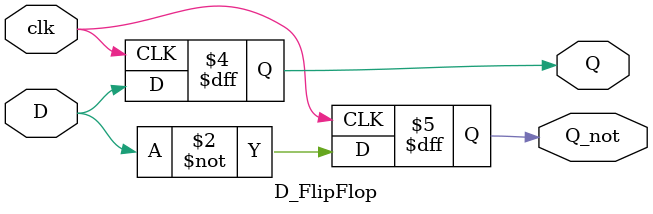
<source format=v>
module D_FlipFlop(
        input D, clk,
        output reg Q, 
        output reg Q_not
    );
    initial begin
        Q = 0;
        Q_not = 1;
    end
    always @(posedge clk) begin
        Q <= D;
        Q_not <= ~D;
    end
    
endmodule
</source>
